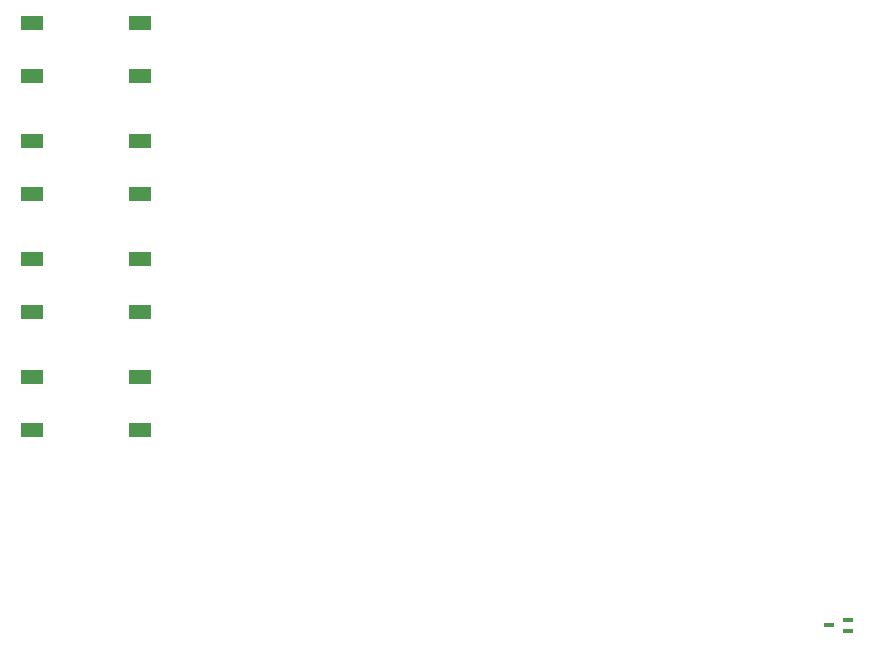
<source format=gbr>
G04 DesignSpark PCB PRO Gerber Version 10.0 Build 5299*
G04 #@! TF.Part,Single*
G04 #@! TF.FileFunction,Paste,Top*
G04 #@! TF.FilePolarity,Positive*
%FSLAX35Y35*%
%MOIN*%
G04 #@! TA.AperFunction,SMDPad,CuDef*
%ADD115R,0.03386X0.01417*%
%ADD114R,0.07717X0.04961*%
G04 #@! TD.AperFunction*
X0Y0D02*
D02*
D114*
X20677Y78150D03*
Y95866D03*
Y117520D03*
Y135236D03*
Y156890D03*
Y174606D03*
Y196260D03*
Y213976D03*
X56504Y78150D03*
Y95866D03*
Y117520D03*
Y135236D03*
Y156890D03*
Y174606D03*
Y196260D03*
Y213976D03*
D02*
D115*
X286326Y12993D03*
X292626Y11024D03*
Y14961D03*
X0Y0D02*
M02*

</source>
